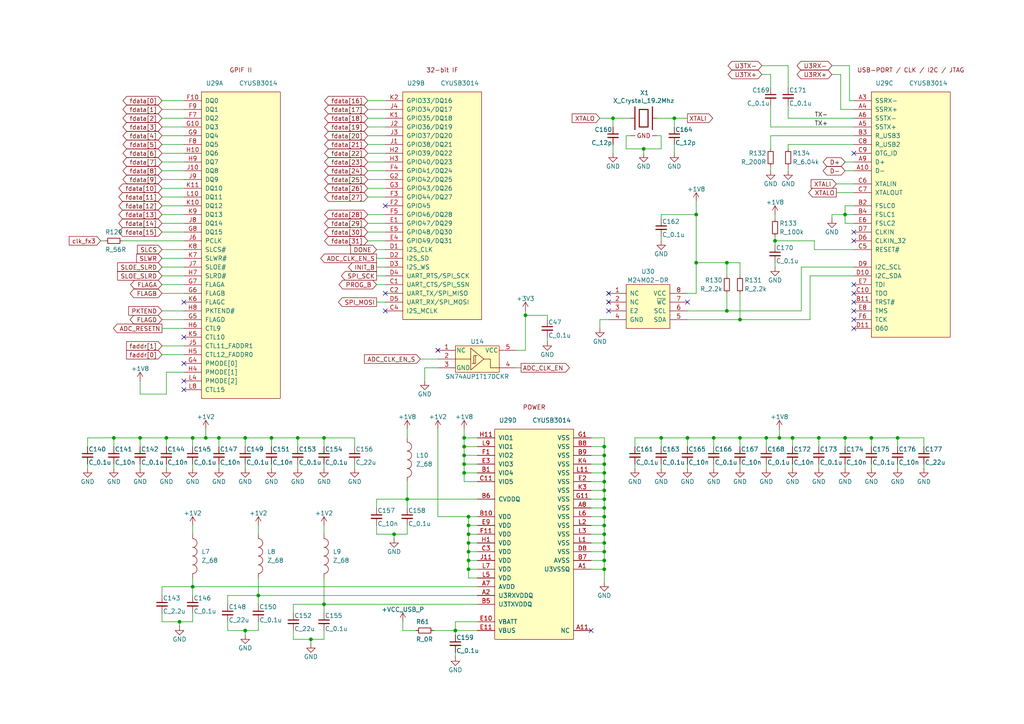
<source format=kicad_sch>
(kicad_sch (version 20231120) (generator "eeschema") (generator_version "8.0")
  (paper "A4")
  (title_block (rev "v2") (comment 1 "Copyright Dejan Priversek 2017"))
  (junction (at 135.89 152.4))
  (junction (at 135.89 154.94))
  (junction (at 210.82 76.2))
  (junction (at 132.08 182.88))
  (junction (at 175.26 147.32))
  (junction (at 135.89 160.02))
  (junction (at 175.26 139.7))
  (junction (at 118.11 144.78))
  (junction (at 237.49 127))
  (junction (at 229.87 127))
  (junction (at 86.36 127))
  (junction (at 63.5 127))
  (junction (at 71.12 127))
  (junction (at 191.77 127))
  (junction (at 195.58 34.29))
  (junction (at 134.62 129.54))
  (junction (at 175.26 157.48))
  (junction (at 40.64 127))
  (junction (at 114.3 154.94))
  (junction (at 245.11 127))
  (junction (at 134.62 127))
  (junction (at 175.26 137.16))
  (junction (at 260.35 127))
  (junction (at 175.26 160.02))
  (junction (at 135.89 149.86))
  (junction (at 177.8 34.29))
  (junction (at 175.26 142.24))
  (junction (at 175.26 132.08))
  (junction (at 33.02 127))
  (junction (at 135.89 165.1))
  (junction (at 175.26 129.54))
  (junction (at 135.89 162.56))
  (junction (at 199.39 127))
  (junction (at 90.17 185.42))
  (junction (at 252.73 127))
  (junction (at 207.01 127))
  (junction (at 175.26 154.94))
  (junction (at 224.79 69.85))
  (junction (at 134.62 132.08))
  (junction (at 222.25 127))
  (junction (at 134.62 134.62))
  (junction (at 201.93 62.23))
  (junction (at 93.98 127))
  (junction (at 175.26 134.62))
  (junction (at 175.26 162.56))
  (junction (at 210.82 90.17))
  (junction (at 175.26 165.1))
  (junction (at 226.06 127))
  (junction (at 175.26 149.86))
  (junction (at 186.69 43.18))
  (junction (at 201.93 76.2))
  (junction (at 245.11 62.23))
  (junction (at 134.62 137.16))
  (junction (at 214.63 127))
  (junction (at 135.89 157.48))
  (junction (at 152.4 91.44))
  (junction (at 59.69 127))
  (junction (at 175.26 152.4))
  (junction (at 214.63 92.71))
  (junction (at 93.98 175.26))
  (junction (at 52.07 180.34))
  (junction (at 55.88 170.18))
  (junction (at 74.93 172.72))
  (junction (at 48.26 127))
  (junction (at 175.26 144.78))
  (junction (at 55.88 127))
  (junction (at 78.74 127))
  (junction (at 71.12 182.88))
  (no_connect (at 247.65 82.55))
  (no_connect (at 53.34 105.41))
  (no_connect (at 247.65 69.85))
  (no_connect (at 111.76 59.69))
  (no_connect (at 199.39 87.63))
  (no_connect (at 171.45 182.88))
  (no_connect (at 53.34 110.49))
  (no_connect (at 176.53 87.63))
  (no_connect (at 247.65 67.31))
  (no_connect (at 247.65 90.17))
  (no_connect (at 111.76 85.09))
  (no_connect (at 53.34 87.63))
  (no_connect (at 247.65 95.25))
  (no_connect (at 247.65 85.09))
  (no_connect (at 176.53 90.17))
  (no_connect (at 53.34 97.79))
  (no_connect (at 247.65 44.45))
  (no_connect (at 53.34 113.03))
  (no_connect (at 247.65 87.63))
  (no_connect (at 111.76 90.17))
  (no_connect (at 247.65 92.71))
  (no_connect (at 176.53 85.09))
  (no_connect (at 127 101.6))
  (wire (pts (xy 102.87 135.89) (xy 102.87 134.62)))
  (wire (pts (xy 177.8 34.29) (xy 182.88 34.29)))
  (wire (pts (xy 134.62 129.54) (xy 134.62 132.08)))
  (wire (pts (xy 171.45 149.86) (xy 175.26 149.86)))
  (wire (pts (xy 106.68 64.77) (xy 111.76 64.77)))
  (wire (pts (xy 237.49 127) (xy 237.49 129.54)))
  (wire (pts (xy 135.89 160.02) (xy 135.89 162.56)))
  (wire (pts (xy 46.99 180.34) (xy 52.07 180.34)))
  (wire (pts (xy 25.4 135.89) (xy 25.4 134.62)))
  (wire (pts (xy 111.76 74.93) (xy 109.22 74.93)))
  (wire (pts (xy 106.68 44.45) (xy 111.76 44.45)))
  (wire (pts (xy 74.93 152.4) (xy 74.93 154.94)))
  (wire (pts (xy 46.99 67.31) (xy 53.34 67.31)))
  (wire (pts (xy 55.88 180.34) (xy 55.88 177.8)))
  (wire (pts (xy 71.12 182.88) (xy 71.12 184.15)))
  (wire (pts (xy 125.73 182.88) (xy 132.08 182.88)))
  (wire (pts (xy 33.02 135.89) (xy 33.02 134.62)))
  (wire (pts (xy 135.89 152.4) (xy 135.89 154.94)))
  (wire (pts (xy 228.6 34.29) (xy 228.6 30.48)))
  (wire (pts (xy 132.08 182.88) (xy 138.43 182.88)))
  (wire (pts (xy 48.26 135.89) (xy 48.26 134.62)))
  (wire (pts (xy 93.98 175.26) (xy 138.43 175.26)))
  (wire (pts (xy 135.89 154.94) (xy 135.89 157.48)))
  (wire (pts (xy 199.39 92.71) (xy 214.63 92.71)))
  (wire (pts (xy 267.97 135.89) (xy 267.97 134.62)))
  (wire (pts (xy 210.82 76.2) (xy 210.82 80.01)))
  (wire (pts (xy 175.26 134.62) (xy 175.26 137.16)))
  (wire (pts (xy 228.6 19.05) (xy 220.98 19.05)))
  (wire (pts (xy 175.26 160.02) (xy 175.26 162.56)))
  (wire (pts (xy 90.17 185.42) (xy 90.17 186.69)))
  (wire (pts (xy 237.49 135.89) (xy 237.49 134.62)))
  (wire (pts (xy 109.22 72.39) (xy 111.76 72.39)))
  (wire (pts (xy 246.38 29.21) (xy 246.38 19.05)))
  (wire (pts (xy 199.39 135.89) (xy 199.39 134.62)))
  (wire (pts (xy 191.77 43.18) (xy 191.77 39.37)))
  (wire (pts (xy 106.68 69.85) (xy 111.76 69.85)))
  (wire (pts (xy 229.87 127) (xy 237.49 127)))
  (wire (pts (xy 109.22 77.47) (xy 111.76 77.47)))
  (wire (pts (xy 46.99 34.29) (xy 53.34 34.29)))
  (wire (pts (xy 247.65 29.21) (xy 246.38 29.21)))
  (wire (pts (xy 223.52 36.83) (xy 223.52 30.48)))
  (wire (pts (xy 40.64 127) (xy 48.26 127)))
  (wire (pts (xy 245.11 127) (xy 252.73 127)))
  (wire (pts (xy 207.01 127) (xy 207.01 129.54)))
  (wire (pts (xy 46.99 80.01) (xy 53.34 80.01)))
  (wire (pts (xy 214.63 92.71) (xy 214.63 85.09)))
  (wire (pts (xy 175.26 157.48) (xy 175.26 160.02)))
  (wire (pts (xy 201.93 76.2) (xy 210.82 76.2)))
  (wire (pts (xy 224.79 69.85) (xy 224.79 71.12)))
  (wire (pts (xy 66.04 182.88) (xy 71.12 182.88)))
  (wire (pts (xy 109.22 82.55) (xy 111.76 82.55)))
  (wire (pts (xy 199.39 127) (xy 207.01 127)))
  (wire (pts (xy 106.68 36.83) (xy 111.76 36.83)))
  (wire (pts (xy 46.99 44.45) (xy 53.34 44.45)))
  (wire (pts (xy 46.99 36.83) (xy 53.34 36.83)))
  (wire (pts (xy 66.04 172.72) (xy 66.04 175.26)))
  (wire (pts (xy 158.75 97.79) (xy 158.75 99.06)))
  (wire (pts (xy 191.77 63.5) (xy 191.77 62.23)))
  (wire (pts (xy 114.3 154.94) (xy 114.3 156.21)))
  (wire (pts (xy 190.5 34.29) (xy 195.58 34.29)))
  (wire (pts (xy 171.45 152.4) (xy 175.26 152.4)))
  (wire (pts (xy 40.64 114.3) (xy 48.26 114.3)))
  (wire (pts (xy 237.49 127) (xy 245.11 127)))
  (wire (pts (xy 33.02 127) (xy 40.64 127)))
  (wire (pts (xy 241.3 21.59) (xy 243.84 21.59)))
  (wire (pts (xy 175.26 129.54) (xy 171.45 129.54)))
  (wire (pts (xy 223.52 25.4) (xy 223.52 21.59)))
  (wire (pts (xy 181.61 43.18) (xy 186.69 43.18)))
  (wire (pts (xy 127 149.86) (xy 127 124.46)))
  (wire (pts (xy 74.93 182.88) (xy 74.93 180.34)))
  (wire (pts (xy 109.22 152.4) (xy 109.22 154.94)))
  (wire (pts (xy 252.73 127) (xy 252.73 129.54)))
  (wire (pts (xy 267.97 127) (xy 267.97 129.54)))
  (wire (pts (xy 171.45 154.94) (xy 175.26 154.94)))
  (wire (pts (xy 71.12 129.54) (xy 71.12 127)))
  (wire (pts (xy 48.26 129.54) (xy 48.26 127)))
  (wire (pts (xy 106.68 57.15) (xy 111.76 57.15)))
  (wire (pts (xy 214.63 127) (xy 222.25 127)))
  (wire (pts (xy 246.38 19.05) (xy 241.3 19.05)))
  (wire (pts (xy 48.26 114.3) (xy 48.26 107.95)))
  (wire (pts (xy 214.63 92.71) (xy 234.95 92.71)))
  (wire (pts (xy 138.43 137.16) (xy 134.62 137.16)))
  (wire (pts (xy 118.11 154.94) (xy 118.11 152.4)))
  (wire (pts (xy 86.36 129.54) (xy 86.36 127)))
  (wire (pts (xy 175.26 127) (xy 171.45 127)))
  (wire (pts (xy 106.68 67.31) (xy 111.76 67.31)))
  (wire (pts (xy 118.11 144.78) (xy 138.43 144.78)))
  (wire (pts (xy 234.95 92.71) (xy 234.95 80.01)))
  (wire (pts (xy 229.87 127) (xy 229.87 129.54)))
  (wire (pts (xy 78.74 129.54) (xy 78.74 127)))
  (wire (pts (xy 228.6 25.4) (xy 228.6 19.05)))
  (wire (pts (xy 93.98 175.26) (xy 93.98 177.8)))
  (wire (pts (xy 247.65 36.83) (xy 223.52 36.83)))
  (wire (pts (xy 85.09 175.26) (xy 85.09 177.8)))
  (wire (pts (xy 228.6 43.18) (xy 228.6 41.91)))
  (wire (pts (xy 207.01 127) (xy 214.63 127)))
  (wire (pts (xy 46.99 59.69) (xy 53.34 59.69)))
  (wire (pts (xy 184.15 135.89) (xy 184.15 134.62)))
  (wire (pts (xy 245.11 64.77) (xy 247.65 64.77)))
  (wire (pts (xy 85.09 182.88) (xy 85.09 185.42)))
  (wire (pts (xy 46.99 85.09) (xy 53.34 85.09)))
  (wire (pts (xy 109.22 87.63) (xy 111.76 87.63)))
  (wire (pts (xy 134.62 132.08) (xy 138.43 132.08)))
  (wire (pts (xy 109.22 144.78) (xy 118.11 144.78)))
  (wire (pts (xy 55.88 170.18) (xy 138.43 170.18)))
  (wire (pts (xy 30.48 69.85) (xy 29.21 69.85)))
  (wire (pts (xy 224.79 62.23) (xy 224.79 63.5)))
  (wire (pts (xy 175.26 152.4) (xy 175.26 154.94)))
  (wire (pts (xy 201.93 58.42) (xy 201.93 62.23)))
  (wire (pts (xy 25.4 129.54) (xy 25.4 127)))
  (wire (pts (xy 224.79 69.85) (xy 236.22 69.85)))
  (wire (pts (xy 35.56 69.85) (xy 53.34 69.85)))
  (wire (pts (xy 106.68 39.37) (xy 111.76 39.37)))
  (wire (pts (xy 134.62 127) (xy 134.62 129.54)))
  (wire (pts (xy 132.08 182.88) (xy 132.08 184.15)))
  (wire (pts (xy 106.68 41.91) (xy 111.76 41.91)))
  (wire (pts (xy 25.4 127) (xy 33.02 127)))
  (wire (pts (xy 46.99 52.07) (xy 53.34 52.07)))
  (wire (pts (xy 116.84 182.88) (xy 120.65 182.88)))
  (wire (pts (xy 46.99 100.33) (xy 53.34 100.33)))
  (wire (pts (xy 222.25 135.89) (xy 222.25 134.62)))
  (wire (pts (xy 93.98 167.64) (xy 93.98 175.26)))
  (wire (pts (xy 191.77 62.23) (xy 201.93 62.23)))
  (wire (pts (xy 135.89 157.48) (xy 138.43 157.48)))
  (wire (pts (xy 186.69 44.45) (xy 186.69 43.18)))
  (wire (pts (xy 234.95 80.01) (xy 247.65 80.01)))
  (wire (pts (xy 191.77 127) (xy 199.39 127)))
  (wire (pts (xy 175.26 147.32) (xy 175.26 149.86)))
  (wire (pts (xy 114.3 154.94) (xy 118.11 154.94)))
  (wire (pts (xy 71.12 127) (xy 78.74 127)))
  (wire (pts (xy 78.74 135.89) (xy 78.74 134.62)))
  (wire (pts (xy 210.82 90.17) (xy 232.41 90.17)))
  (wire (pts (xy 55.88 152.4) (xy 55.88 154.94)))
  (wire (pts (xy 135.89 154.94) (xy 138.43 154.94)))
  (wire (pts (xy 173.99 92.71) (xy 173.99 95.25)))
  (wire (pts (xy 184.15 129.54) (xy 184.15 127)))
  (wire (pts (xy 236.22 72.39) (xy 247.65 72.39)))
  (wire (pts (xy 173.99 92.71) (xy 176.53 92.71)))
  (wire (pts (xy 245.11 46.99) (xy 247.65 46.99)))
  (wire (pts (xy 46.99 170.18) (xy 46.99 172.72)))
  (wire (pts (xy 106.68 34.29) (xy 111.76 34.29)))
  (wire (pts (xy 175.26 162.56) (xy 175.26 165.1)))
  (wire (pts (xy 171.45 165.1) (xy 175.26 165.1)))
  (wire (pts (xy 48.26 107.95) (xy 53.34 107.95)))
  (wire (pts (xy 171.45 144.78) (xy 175.26 144.78)))
  (wire (pts (xy 135.89 149.86) (xy 138.43 149.86)))
  (wire (pts (xy 241.3 62.23) (xy 241.3 63.5)))
  (wire (pts (xy 135.89 162.56) (xy 138.43 162.56)))
  (wire (pts (xy 242.57 53.34) (xy 247.65 53.34)))
  (wire (pts (xy 106.68 54.61) (xy 111.76 54.61)))
  (wire (pts (xy 55.88 129.54) (xy 55.88 127)))
  (wire (pts (xy 93.98 135.89) (xy 93.98 134.62)))
  (wire (pts (xy 66.04 172.72) (xy 74.93 172.72)))
  (wire (pts (xy 210.82 76.2) (xy 214.63 76.2)))
  (wire (pts (xy 214.63 135.89) (xy 214.63 134.62)))
  (wire (pts (xy 46.99 74.93) (xy 53.34 74.93)))
  (wire (pts (xy 175.26 132.08) (xy 175.26 134.62)))
  (wire (pts (xy 109.22 80.01) (xy 111.76 80.01)))
  (wire (pts (xy 223.52 48.26) (xy 223.52 49.53)))
  (wire (pts (xy 226.06 127) (xy 226.06 124.46)))
  (wire (pts (xy 55.88 167.64) (xy 55.88 170.18)))
  (wire (pts (xy 106.68 29.21) (xy 111.76 29.21)))
  (wire (pts (xy 260.35 127) (xy 267.97 127)))
  (wire (pts (xy 177.8 44.45) (xy 177.8 41.91)))
  (wire (pts (xy 55.88 135.89) (xy 55.88 134.62)))
  (wire (pts (xy 229.87 135.89) (xy 229.87 134.62)))
  (wire (pts (xy 214.63 127) (xy 214.63 129.54)))
  (wire (pts (xy 40.64 129.54) (xy 40.64 127)))
  (wire (pts (xy 224.79 76.2) (xy 224.79 77.47)))
  (wire (pts (xy 199.39 90.17) (xy 210.82 90.17)))
  (wire (pts (xy 195.58 44.45) (xy 195.58 41.91)))
  (wire (pts (xy 46.99 29.21) (xy 53.34 29.21)))
  (wire (pts (xy 191.77 135.89) (xy 191.77 134.62)))
  (wire (pts (xy 182.88 39.37) (xy 181.61 39.37)))
  (wire (pts (xy 106.68 62.23) (xy 111.76 62.23)))
  (wire (pts (xy 121.92 104.14) (xy 127 104.14)))
  (wire (pts (xy 46.99 95.25) (xy 53.34 95.25)))
  (wire (pts (xy 247.65 34.29) (xy 228.6 34.29)))
  (wire (pts (xy 184.15 127) (xy 191.77 127)))
  (wire (pts (xy 171.45 147.32) (xy 175.26 147.32)))
  (wire (pts (xy 175.26 142.24) (xy 175.26 144.78)))
  (wire (pts (xy 171.45 139.7) (xy 175.26 139.7)))
  (wire (pts (xy 46.99 49.53) (xy 53.34 49.53)))
  (wire (pts (xy 135.89 165.1) (xy 138.43 165.1)))
  (wire (pts (xy 135.89 157.48) (xy 135.89 160.02)))
  (wire (pts (xy 102.87 127) (xy 102.87 129.54)))
  (wire (pts (xy 132.08 180.34) (xy 138.43 180.34)))
  (wire (pts (xy 106.68 46.99) (xy 111.76 46.99)))
  (wire (pts (xy 260.35 135.89) (xy 260.35 134.62)))
  (wire (pts (xy 171.45 162.56) (xy 175.26 162.56)))
  (wire (pts (xy 201.93 62.23) (xy 201.93 76.2)))
  (wire (pts (xy 109.22 154.94) (xy 114.3 154.94)))
  (wire (pts (xy 106.68 52.07) (xy 111.76 52.07)))
  (wire (pts (xy 46.99 57.15) (xy 53.34 57.15)))
  (wire (pts (xy 59.69 124.46) (xy 59.69 127)))
  (wire (pts (xy 214.63 76.2) (xy 214.63 80.01)))
  (wire (pts (xy 195.58 34.29) (xy 195.58 36.83)))
  (wire (pts (xy 40.64 135.89) (xy 40.64 134.62)))
  (wire (pts (xy 138.43 160.02) (xy 135.89 160.02)))
  (wire (pts (xy 123.19 106.68) (xy 123.19 110.49)))
  (wire (pts (xy 175.26 149.86) (xy 175.26 152.4)))
  (wire (pts (xy 118.11 144.78) (xy 118.11 147.32)))
  (wire (pts (xy 118.11 139.7) (xy 118.11 144.78)))
  (wire (pts (xy 171.45 157.48) (xy 175.26 157.48)))
  (wire (pts (xy 191.77 129.54) (xy 191.77 127)))
  (wire (pts (xy 201.93 85.09) (xy 199.39 85.09)))
  (wire (pts (xy 46.99 31.75) (xy 53.34 31.75)))
  (wire (pts (xy 63.5 127) (xy 71.12 127)))
  (wire (pts (xy 52.07 180.34) (xy 55.88 180.34)))
  (wire (pts (xy 247.65 59.69) (xy 245.11 59.69)))
  (wire (pts (xy 171.45 142.24) (xy 175.26 142.24)))
  (wire (pts (xy 63.5 129.54) (xy 63.5 127)))
  (wire (pts (xy 228.6 41.91) (xy 247.65 41.91)))
  (wire (pts (xy 175.26 165.1) (xy 175.26 168.91)))
  (wire (pts (xy 46.99 82.55) (xy 53.34 82.55)))
  (wire (pts (xy 191.77 39.37) (xy 190.5 39.37)))
  (wire (pts (xy 134.62 124.46) (xy 134.62 127)))
  (wire (pts (xy 201.93 76.2) (xy 201.93 85.09)))
  (wire (pts (xy 46.99 90.17) (xy 53.34 90.17)))
  (wire (pts (xy 74.93 167.64) (xy 74.93 172.72)))
  (wire (pts (xy 149.86 101.6) (xy 152.4 101.6)))
  (wire (pts (xy 175.26 127) (xy 175.26 129.54)))
  (wire (pts (xy 138.43 129.54) (xy 134.62 129.54)))
  (wire (pts (xy 245.11 62.23) (xy 245.11 64.77)))
  (wire (pts (xy 46.99 177.8) (xy 46.99 180.34)))
  (wire (pts (xy 222.25 127) (xy 226.06 127)))
  (wire (pts (xy 132.08 180.34) (xy 132.08 182.88)))
  (wire (pts (xy 173.99 34.29) (xy 177.8 34.29)))
  (wire (pts (xy 106.68 31.75) (xy 111.76 31.75)))
  (wire (pts (xy 138.43 134.62) (xy 134.62 134.62)))
  (wire (pts (xy 175.26 154.94) (xy 175.26 157.48)))
  (wire (pts (xy 243.84 21.59) (xy 243.84 31.75)))
  (wire (pts (xy 138.43 152.4) (xy 135.89 152.4)))
  (wire (pts (xy 46.99 54.61) (xy 53.34 54.61)))
  (wire (pts (xy 158.75 91.44) (xy 152.4 91.44)))
  (wire (pts (xy 207.01 135.89) (xy 207.01 134.62)))
  (wire (pts (xy 127 149.86) (xy 135.89 149.86)))
  (wire (pts (xy 152.4 91.44) (xy 152.4 90.17)))
  (wire (pts (xy 252.73 135.89) (xy 252.73 134.62)))
  (wire (pts (xy 175.26 137.16) (xy 175.26 139.7)))
  (wire (pts (xy 241.3 62.23) (xy 245.11 62.23)))
  (wire (pts (xy 171.45 132.08) (xy 175.26 132.08)))
  (wire (pts (xy 171.45 134.62) (xy 175.26 134.62)))
  (wire (pts (xy 245.11 62.23) (xy 247.65 62.23)))
  (wire (pts (xy 245.11 59.69) (xy 245.11 62.23)))
  (wire (pts (xy 232.41 77.47) (xy 247.65 77.47)))
  (wire (pts (xy 152.4 101.6) (xy 152.4 91.44)))
  (wire (pts (xy 46.99 170.18) (xy 55.88 170.18)))
  (wire (pts (xy 232.41 90.17) (xy 232.41 77.47)))
  (wire (pts (xy 222.25 127) (xy 222.25 129.54)))
  (wire (pts (xy 223.52 43.18) (xy 223.52 39.37)))
  (wire (pts (xy 226.06 127) (xy 229.87 127)))
  (wire (pts (xy 175.26 129.54) (xy 175.26 132.08)))
  (wire (pts (xy 224.79 68.58) (xy 224.79 69.85)))
  (wire (pts (xy 245.11 127) (xy 245.11 129.54)))
  (wire (pts (xy 116.84 180.34) (xy 116.84 182.88)))
  (wire (pts (xy 175.26 144.78) (xy 175.26 147.32)))
  (wire (pts (xy 66.04 180.34) (xy 66.04 182.88)))
  (wire (pts (xy 46.99 39.37) (xy 53.34 39.37)))
  (wire (pts (xy 135.89 165.1) (xy 135.89 167.64)))
  (wire (pts (xy 46.99 77.47) (xy 53.34 77.47)))
  (wire (pts (xy 245.11 135.89) (xy 245.11 134.62)))
  (wire (pts (xy 46.99 62.23) (xy 53.34 62.23)))
  (wire (pts (xy 243.84 31.75) (xy 247.65 31.75)))
  (wire (pts (xy 236.22 69.85) (xy 236.22 72.39)))
  (wire (pts (xy 135.89 149.86) (xy 135.89 152.4)))
  (wire (pts (xy 93.98 127) (xy 102.87 127)))
  (wire (pts (xy 118.11 124.46) (xy 118.11 127)))
  (wire (pts (xy 175.26 139.7) (xy 175.26 142.24)))
  (wire (pts (xy 93.98 127) (xy 93.98 129.54)))
  (wire (pts (xy 71.12 135.89) (xy 71.12 134.62)))
  (wire (pts (xy 85.09 175.26) (xy 93.98 175.26)))
  (wire (pts (xy 63.5 135.89) (xy 63.5 134.62)))
  (wire (pts (xy 46.99 92.71) (xy 53.34 92.71)))
  (wire (pts (xy 93.98 185.42) (xy 93.98 182.88)))
  (wire (pts (xy 242.57 55.88) (xy 247.65 55.88)))
  (wire (pts (xy 138.43 127) (xy 134.62 127)))
  (wire (pts (xy 46.99 46.99) (xy 53.34 46.99)))
  (wire (pts (xy 55.88 170.18) (xy 55.88 172.72)))
  (wire (pts (xy 132.08 189.23) (xy 132.08 190.5)))
  (wire (pts (xy 171.45 137.16) (xy 175.26 137.16)))
  (wire (pts (xy 151.13 106.68) (xy 149.86 106.68)))
  (wire (pts (xy 33.02 129.54) (xy 33.02 127)))
  (wire (pts (xy 195.58 34.29) (xy 199.39 34.29)))
  (wire (pts (xy 85.09 185.42) (xy 90.17 185.42)))
  (wire (pts (xy 134.62 137.16) (xy 134.62 139.7)))
  (wire (pts (xy 93.98 152.4) (xy 93.98 154.94)))
  (wire (pts (xy 158.75 92.71) (xy 158.75 91.44)))
  (wire (pts (xy 191.77 68.58) (xy 191.77 69.85)))
  (wire (pts (xy 109.22 144.78) (xy 109.22 147.32)))
  (wire (pts (xy 86.36 135.89) (xy 86.36 134.62)))
  (wire (pts (xy 78.74 127) (xy 86.36 127)))
  (wire (pts (xy 40.64 110.49) (xy 40.64 114.3)))
  (wire (pts (xy 210.82 90.17) (xy 210.82 85.09)))
  (wire (pts (xy 223.52 39.37) (xy 247.65 39.37)))
  (wire (pts (xy 134.62 139.7) (xy 138.43 139.7)))
  (wire (pts (xy 46.99 64.77) (xy 53.34 64.77)))
  (wire (pts (xy 52.07 180.34) (xy 52.07 181.61)))
  (wire (pts (xy 46.99 41.91) (xy 53.34 41.91)))
  (wire (pts (xy 199.39 127) (xy 199.39 129.54)))
  (wire (pts (xy 134.62 134.62) (xy 134.62 137.16)))
  (wire (pts (xy 186.69 43.18) (xy 191.77 43.18)))
  (wire (pts (xy 123.19 106.68) (xy 127 106.68)))
  (wire (pts (xy 228.6 48.26) (xy 228.6 49.53)))
  (wire (pts (xy 177.8 34.29) (xy 177.8 36.83)))
  (wire (pts (xy 135.89 167.64) (xy 138.43 167.64)))
  (wire (pts (xy 171.45 160.02) (xy 175.26 160.02)))
  (wire (pts (xy 252.73 127) (xy 260.35 127)))
  (wire (pts (xy 135.89 162.56) (xy 135.89 165.1)))
  (wire (pts (xy 245.11 49.53) (xy 247.65 49.53)))
  (wire (pts (xy 74.93 172.72) (xy 138.43 172.72)))
  (wire (pts (xy 134.62 132.08) (xy 134.62 134.62)))
  (wire (pts (xy 55.88 127) (xy 59.69 127)))
  (wire (pts (xy 181.61 39.37) (xy 181.61 43.18)))
  (wire (pts (xy 46.99 72.39) (xy 53.34 72.39)))
  (wire (pts (xy 106.68 49.53) (xy 111.76 49.53)))
  (wire (pts (xy 71.12 182.88) (xy 74.93 182.88)))
  (wire (pts (xy 260.35 127) (xy 260.35 129.54)))
  (wire (pts (xy 48.26 127) (xy 55.88 127)))
  (wire (pts (xy 223.52 21.59) (xy 220.98 21.59)))
  (wire (pts (xy 74.93 172.72) (xy 74.93 175.26)))
  (wire (pts (xy 90.17 185.42) (xy 93.98 185.42)))
  (wire (pts (xy 59.69 127) (xy 63.5 127)))
  (wire (pts (xy 86.36 127) (xy 93.98 127)))
  (wire (pts (xy 46.99 102.87) (xy 53.34 102.87)))
  (label "TX+" (at 236.22 36.83 0))
  (label "TX-" (at 236.22 34.29 0))
  (global_label "fdata[24]" (shape bidirectional) (at 106.68 49.53 180) (property "Intersheetrefs" "${INTERSHEET_REFS}" (effects (hide yes))))
  (global_label "fdata[8]" (shape bidirectional) (at 46.99 49.53 180) (property "Intersheetrefs" "${INTERSHEET_REFS}" (effects (hide yes))))
  (global_label "fdata[30]" (shape bidirectional) (at 106.68 67.31 180) (property "Intersheetrefs" "${INTERSHEET_REFS}" (effects (hide yes))))
  (global_label "FLAGB" (shape bidirectional) (at 46.99 85.09 180) (property "Intersheetrefs" "${INTERSHEET_REFS}" (effects (hide yes))))
  (global_label "fdata[3]" (shape bidirectional) (at 46.99 36.83 180) (property "Intersheetrefs" "${INTERSHEET_REFS}" (effects (hide yes))))
  (global_label "XTALI" (shape input) (at 242.57 53.34 180) (property "Intersheetrefs" "${INTERSHEET_REFS}" (effects (hide yes))))
  (global_label "fdata[15]" (shape bidirectional) (at 46.99 67.31 180) (property "Intersheetrefs" "${INTERSHEET_REFS}" (effects (hide yes))))
  (global_label "fdata[18]" (shape bidirectional) (at 106.68 34.29 180) (property "Intersheetrefs" "${INTERSHEET_REFS}" (effects (hide yes))))
  (global_label "fdata[7]" (shape bidirectional) (at 46.99 46.99 180) (property "Intersheetrefs" "${INTERSHEET_REFS}" (effects (hide yes))))
  (global_label "ADC_CLK_EN_S" (shape input) (at 121.92 104.14 180) (property "Intersheetrefs" "${INTERSHEET_REFS}" (effects (hide yes))))
  (global_label "fdata[0]" (shape bidirectional) (at 46.99 29.21 180) (property "Intersheetrefs" "${INTERSHEET_REFS}" (effects (hide yes))))
  (global_label "fdata[22]" (shape bidirectional) (at 106.68 44.45 180) (property "Intersheetrefs" "${INTERSHEET_REFS}" (effects (hide yes))))
  (global_label "fdata[26]" (shape bidirectional) (at 106.68 54.61 180) (property "Intersheetrefs" "${INTERSHEET_REFS}" (effects (hide yes))))
  (global_label "U3TX-" (shape bidirectional) (at 220.98 19.05 180) (property "Intersheetrefs" "${INTERSHEET_REFS}" (effects (hide yes))))
  (global_label "fdata[17]" (shape bidirectional) (at 106.68 31.75 180) (property "Intersheetrefs" "${INTERSHEET_REFS}" (effects (hide yes))))
  (global_label "SLOE_SLRD" (shape input) (at 46.99 80.01 180) (property "Intersheetrefs" "${INTERSHEET_REFS}" (effects (hide yes))))
  (global_label "XTALI" (shape output) (at 199.39 34.29 0) (property "Intersheetrefs" "${INTERSHEET_REFS}" (effects (hide yes))))
  (global_label "FLAGD" (shape bidirectional) (at 46.99 92.71 180) (property "Intersheetrefs" "${INTERSHEET_REFS}" (effects (hide yes))))
  (global_label "fdata[5]" (shape bidirectional) (at 46.99 41.91 180) (property "Intersheetrefs" "${INTERSHEET_REFS}" (effects (hide yes))))
  (global_label "fdata[19]" (shape bidirectional) (at 106.68 36.83 180) (property "Intersheetrefs" "${INTERSHEET_REFS}" (effects (hide yes))))
  (global_label "INIT_B" (shape output) (at 109.22 77.47 180) (property "Intersheetrefs" "${INTERSHEET_REFS}" (effects (hide yes))))
  (global_label "SLCS" (shape input) (at 46.99 72.39 180) (property "Intersheetrefs" "${INTERSHEET_REFS}" (effects (hide yes))))
  (global_label "fdata[12]" (shape bidirectional) (at 46.99 59.69 180) (property "Intersheetrefs" "${INTERSHEET_REFS}" (effects (hide yes))))
  (global_label "ADC_CLK_EN_S" (shape output) (at 109.22 74.93 180) (property "Intersheetrefs" "${INTERSHEET_REFS}" (effects (hide yes))))
  (global_label "fdata[25]" (shape bidirectional) (at 106.68 52.07 180) (property "Intersheetrefs" "${INTERSHEET_REFS}" (effects (hide yes))))
  (global_label "PKTEND" (shape input) (at 46.99 90.17 180) (property "Intersheetrefs" "${INTERSHEET_REFS}" (effects (hide yes))))
  (global_label "faddr[1]" (shape input) (at 46.99 100.33 180) (property "Intersheetrefs" "${INTERSHEET_REFS}" (effects (hide yes))))
  (global_label "D-" (shape bidirectional) (at 245.11 49.53 180) (property "Intersheetrefs" "${INTERSHEET_REFS}" (effects (hide yes))))
  (global_label "D+" (shape bidirectional) (at 245.11 46.99 180) (property "Intersheetrefs" "${INTERSHEET_REFS}" (effects (hide yes))))
  (global_label "fdata[23]" (shape bidirectional) (at 106.68 46.99 180) (property "Intersheetrefs" "${INTERSHEET_REFS}" (effects (hide yes))))
  (global_label "fdata[13]" (shape bidirectional) (at 46.99 62.23 180) (property "Intersheetrefs" "${INTERSHEET_REFS}" (effects (hide yes))))
  (global_label "fdata[27]" (shape bidirectional) (at 106.68 57.15 180) (property "Intersheetrefs" "${INTERSHEET_REFS}" (effects (hide yes))))
  (global_label "fdata[11]" (shape bidirectional) (at 46.99 57.15 180) (property "Intersheetrefs" "${INTERSHEET_REFS}" (effects (hide yes))))
  (global_label "fdata[29]" (shape bidirectional) (at 106.68 64.77 180) (property "Intersheetrefs" "${INTERSHEET_REFS}" (effects (hide yes))))
  (global_label "fdata[2]" (shape bidirectional) (at 46.99 34.29 180) (property "Intersheetrefs" "${INTERSHEET_REFS}" (effects (hide yes))))
  (global_label "fdata[4]" (shape bidirectional) (at 46.99 39.37 180) (property "Intersheetrefs" "${INTERSHEET_REFS}" (effects (hide yes))))
  (global_label "SPI_SCK" (shape output) (at 109.22 80.01 180) (property "Intersheetrefs" "${INTERSHEET_REFS}" (effects (hide yes))))
  (global_label "XTALO" (shape output) (at 242.57 55.88 180) (property "Intersheetrefs" "${INTERSHEET_REFS}" (effects (hide yes))))
  (global_label "ADC_RESETN" (shape output) (at 46.99 95.25 180) (property "Intersheetrefs" "${INTERSHEET_REFS}" (effects (hide yes))))
  (global_label "fdata[6]" (shape bidirectional) (at 46.99 44.45 180) (property "Intersheetrefs" "${INTERSHEET_REFS}" (effects (hide yes))))
  (global_label "fdata[28]" (shape bidirectional) (at 106.68 62.23 180) (property "Intersheetrefs" "${INTERSHEET_REFS}" (effects (hide yes))))
  (global_label "fdata[1]" (shape bidirectional) (at 46.99 31.75 180) (property "Intersheetrefs" "${INTERSHEET_REFS}" (effects (hide yes))))
  (global_label "SPI_MOSI" (shape output) (at 109.22 87.63 180) (property "Intersheetrefs" "${INTERSHEET_REFS}" (effects (hide yes))))
  (global_label "fdata[14]" (shape bidirectional) (at 46.99 64.77 180) (property "Intersheetrefs" "${INTERSHEET_REFS}" (effects (hide yes))))
  (global_label "XTALO" (shape input) (at 173.99 34.29 180) (property "Intersheetrefs" "${INTERSHEET_REFS}" (effects (hide yes))))
  (global_label "clk_fx3" (shape input) (at 29.21 69.85 180) (property "Intersheetrefs" "${INTERSHEET_REFS}" (effects (hide yes))))
  (global_label "SLOE_SLRD" (shape input) (at 46.99 77.47 180) (property "Intersheetrefs" "${INTERSHEET_REFS}" (effects (hide yes))))
  (global_label "fdata[20]" (shape bidirectional) (at 106.68 39.37 180) (property "Intersheetrefs" "${INTERSHEET_REFS}" (effects (hide yes))))
  (global_label "FLAGA" (shape bidirectional) (at 46.99 82.55 180) (property "Intersheetrefs" "${INTERSHEET_REFS}" (effects (hide yes))))
  (global_label "faddr[0]" (shape input) (at 46.99 102.87 180) (property "Intersheetrefs" "${INTERSHEET_REFS}" (effects (hide yes))))
  (global_label "U3TX+" (shape bidirectional) (at 220.98 21.59 180) (property "Intersheetrefs" "${INTERSHEET_REFS}" (effects (hide yes))))
  (global_label "fdata[10]" (shape bidirectional) (at 46.99 54.61 180) (property "Intersheetrefs" "${INTERSHEET_REFS}" (effects (hide yes))))
  (global_label "SLWR" (shape input) (at 46.99 74.93 180) (property "Intersheetrefs" "${INTERSHEET_REFS}" (effects (hide yes))))
  (global_label "ADC_CLK_EN" (shape output) (at 151.13 106.68 0) (property "Intersheetrefs" "${INTERSHEET_REFS}" (effects (hide yes))))
  (global_label "U3RX-" (shape bidirectional) (at 241.3 19.05 180) (property "Intersheetrefs" "${INTERSHEET_REFS}" (effects (hide yes))))
  (global_label "fdata[31]" (shape bidirectional) (at 106.68 69.85 180) (property "Intersheetrefs" "${INTERSHEET_REFS}" (effects (hide yes))))
  (global_label "fdata[9]" (shape bidirectional) (at 46.99 52.07 180) (property "Intersheetrefs" "${INTERSHEET_REFS}" (effects (hide yes))))
  (global_label "PROG_B" (shape bidirectional) (at 109.22 82.55 180) (property "Intersheetrefs" "${INTERSHEET_REFS}" (effects (hide yes))))
  (global_label "DONE" (shape input) (at 109.22 72.39 180) (property "Intersheetrefs" "${INTERSHEET_REFS}" (effects (hide yes))))
  (global_label "fdata[21]" (shape bidirectional) (at 106.68 41.91 180) (property "Intersheetrefs" "${INTERSHEET_REFS}" (effects (hide yes))))
  (global_label "U3RX+" (shape bidirectional) (at 241.3 21.59 180) (property "Intersheetrefs" "${INTERSHEET_REFS}" (effects (hide yes))))
  (global_label "fdata[16]" (shape bidirectional) (at 106.68 29.21 180) (property "Intersheetrefs" "${INTERSHEET_REFS}" (effects (hide yes))))
  (symbol (lib_id "Scopefun_v2-rescue:GND") (at 177.8 44.45 0) (unit 1)
    (property "Reference" "#PWR0275" (effects (hide yes)))
    (property "Value" "GND" (at 177.8 48.26 0))
  )
  (symbol (lib_id "Scopefun_v2-rescue:GND") (at 195.58 44.45 0) (unit 1)
    (property "Reference" "#PWR0276" (effects (hide yes)))
    (property "Value" "GND" (at 195.58 48.26 0))
  )
  (symbol (lib_id "Scopefun_v2-rescue:GND") (at 186.69 44.45 0) (unit 1)
    (property "Reference" "#PWR0277" (effects (hide yes)))
    (property "Value" "GND" (at 186.69 48.26 0))
  )
  (symbol (lib_id "ScopefunParts:X_Crystal_19.2Mhz") (at 186.69 34.29 0) (unit 1)
    (property "Reference" "X1" (at 186.944 26.924 0))
    (property "Value" "X_Crystal_19.2Mhz" (at 186.69 29.21 0))
    (property "Footprint" "ScopefunPackagesLibrary:XTAL-4" (effects (hide yes)))
    (property "Datasheet" "https://www.pericom.com/assets/Datasheets/FL1920031.pdf" (effects (hide yes)))
    (property "Description" "Quartz crystal 19.2 Mhz 10ppm" (effects (hide yes)))
    (property "Manufacturer Part Number" "FL1920031" (effects (hide yes)))
  )
  (symbol (lib_id "ScopefunParts:C_12p") (at 177.8 39.37 0) (mirror y) (unit 1)
    (property "Reference" "C160" (at 177.546 37.592 0) (effects (justify left)))
    (property "Value" "C_12p" (at 177.546 41.402 0) (effects (justify left)))
    (property "Footprint" "ScopefunPackagesLibrary:C_0603" (effects (hide yes)))
    (property "Description" "MLCC - SMD/SMT 0603 50V C0G 5%" (effects (hide yes)))
    (property "Manufacturer Part Number" "CGA3E2C0G1H120J080AA" (effects (hide yes)))
  )
  (symbol (lib_id "ScopefunParts:C_12p") (at 195.58 39.37 0) (unit 1)
    (property "Reference" "C164" (at 195.834 37.592 0) (effects (justify left)))
    (property "Value" "C_12p" (at 195.834 41.402 0) (effects (justify left)))
    (property "Footprint" "ScopefunPackagesLibrary:C_0603" (effects (hide yes)))
    (property "Description" "MLCC - SMD/SMT 0603 50V C0G 5%" (effects (hide yes)))
    (property "Manufacturer Part Number" "CGA3E2C0G1H120J080AA" (effects (hide yes)))
  )
  (symbol (lib_id "ScopefunParts:CYUSB3014") (at 69.85 67.31 0) (unit 1)
    (property "Reference" "U29" (at 62.23 24.13 0))
    (property "Value" "CYUSB3014" (at 74.93 24.13 0))
    (property "Footprint" "ScopefunPackagesLibrary:BGA121_0.8mm" (effects (hide yes)))
    (property "Datasheet" "http://www.cypress.com/file/140296/download" (effects (hide yes)))
    (property "Description" "FX3 SuperSpeed USB controller" (effects (hide yes)))
    (property "Manufacturer Part Number" "CYUSB3014-BZXC" (effects (hide yes)))
  )
  (symbol (lib_id "ScopefunParts:CYUSB3014") (at 128.27 67.31 0) (unit 2)
    (property "Reference" "U29" (at 120.65 24.13 0))
    (property "Value" "CYUSB3014" (at 133.35 24.13 0))
    (property "Footprint" "ScopefunPackagesLibrary:BGA121_0.8mm" (effects (hide yes)))
    (property "Datasheet" "http://www.cypress.com/file/140296/download" (effects (hide yes)))
    (property "Description" "FX3 SuperSpeed USB controller" (effects (hide yes)))
    (property "Manufacturer Part Number" "CYUSB3014-BZXC" (effects (hide yes)))
  )
  (symbol (lib_id "ScopefunParts:CYUSB3014") (at 264.16 67.31 0) (unit 3)
    (property "Reference" "U29" (at 256.54 24.13 0))
    (property "Value" "CYUSB3014" (at 269.24 24.13 0))
    (property "Footprint" "ScopefunPackagesLibrary:BGA121_0.8mm" (effects (hide yes)))
    (property "Datasheet" "http://www.cypress.com/file/140296/download" (effects (hide yes)))
    (property "Description" "FX3 SuperSpeed USB controller" (effects (hide yes)))
    (property "Manufacturer Part Number" "CYUSB3014-BZXC" (effects (hide yes)))
  )
  (symbol (lib_id "ScopefunParts:CYUSB3014") (at 154.94 165.1 0) (unit 4)
    (property "Reference" "U29" (at 147.32 121.92 0))
    (property "Value" "CYUSB3014" (at 160.02 121.92 0))
    (property "Footprint" "ScopefunPackagesLibrary:BGA121_0.8mm" (effects (hide yes)))
    (property "Datasheet" "http://www.cypress.com/file/140296/download" (effects (hide yes)))
    (property "Description" "FX3 SuperSpeed USB controller" (effects (hide yes)))
    (property "Manufacturer Part Number" "CYUSB3014-BZXC" (effects (hide yes)))
  )
  (symbol (lib_id "ScopefunParts:R_200R") (at 223.52 45.72 0) (mirror y) (unit 1)
    (property "Reference" "R132" (at 222.25 44.45 0) (effects (justify left)))
    (property "Value" "R_200R" (at 222.25 46.99 0) (effects (justify left)))
    (property "Footprint" "ScopefunPackagesLibrary:R_0603" (effects (hide yes)))
    (property "Datasheet" "http://industrial.panasonic.com/cdbs/www-data/pdf/AOA0000/AOA0000CE2.pdf" (effects (hide yes)))
    (property "Description" "RES SMD 1% 1/10W 0603" (effects (hide yes)))
    (property "Manufacturer Part Number" "ERJ-3EKF2000V" (effects (hide yes)))
  )
  (symbol (lib_id "Scopefun_v2-rescue:GND") (at 223.52 49.53 0) (unit 1)
    (property "Reference" "#PWR0273" (effects (hide yes)))
    (property "Value" "GND" (at 223.52 53.34 0))
  )
  (symbol (lib_id "ScopefunParts:R_6.04k") (at 228.6 45.72 0) (unit 1)
    (property "Reference" "R134" (at 229.87 44.45 0) (effects (justify left)))
    (property "Value" "R_6.04k" (at 229.87 46.99 0) (effects (justify left)))
    (property "Footprint" "ScopefunPackagesLibrary:R_0603" (effects (hide yes)))
    (property "Datasheet" "http://industrial.panasonic.com/cdbs/www-data/pdf/AOA0000/AOA0000CE2.pdf" (effects (hide yes)))
    (property "Description" "RES SMD 1% 1/10W 0603" (effects (hide yes)))
    (property "Manufacturer Part Number" "ERJ-3EKF6041V" (effects (hide yes)))
  )
  (symbol (lib_id "Scopefun_v2-rescue:GND") (at 228.6 49.53 0) (unit 1)
    (property "Reference" "#PWR0274" (effects (hide yes)))
    (property "Value" "GND" (at 228.6 53.34 0))
  )
  (symbol (lib_id "Scopefun_v2-rescue:GND") (at 241.3 63.5 0) (unit 1)
    (property "Reference" "#PWR0278" (effects (hide yes)))
    (property "Value" "GND" (at 241.3 67.31 0))
  )
  (symbol (lib_id "ScopefunParts:C_0.1u") (at 224.79 73.66 0) (unit 1)
    (property "Reference" "C170" (at 225.044 71.882 0) (effects (justify left)))
    (property "Value" "C_0.1u" (at 225.044 75.692 0) (effects (justify left)))
    (property "Footprint" "ScopefunPackagesLibrary:C_0603" (effects (hide yes)))
    (property "Description" "MLCC - SMD/SMT 0603 16V X7R 10%" (effects (hide yes)))
    (property "Manufacturer Part Number" "C0603C104K4RACTU" (effects (hide yes)))
  )
  (symbol (lib_id "Scopefun_v2-rescue:GND") (at 224.79 77.47 0) (unit 1)
    (property "Reference" "#PWR0279" (effects (hide yes)))
    (property "Value" "GND" (at 224.79 81.28 0))
  )
  (symbol (lib_id "ScopefunParts:R_100k") (at 224.79 66.04 0) (unit 1)
    (property "Reference" "R133" (at 226.06 64.77 0) (effects (justify left)))
    (property "Value" "R_100k" (at 226.06 67.31 0) (effects (justify left)))
    (property "Footprint" "ScopefunPackagesLibrary:R_0603" (effects (hide yes)))
    (property "Datasheet" "http://industrial.panasonic.com/cdbs/www-data/pdf/AOA0000/AOA0000CE2.pdf" (effects (hide yes)))
    (property "Description" "RES SMD 1% 1/10W 0603" (effects (hide yes)))
    (property "Manufacturer Part Number" "ERJ-3EKF1003V" (effects (hide yes)))
  )
  (symbol (lib_id "Scopefun_v2-rescue:GND") (at 175.26 168.91 0) (unit 1)
    (property "Reference" "#PWR0280" (effects (hide yes)))
    (property "Value" "GND" (at 175.26 172.72 0))
  )
  (symbol (lib_id "ScopefunParts:M24M02-DR") (at 187.96 87.63 0) (unit 1)
    (property "Reference" "U30" (at 187.96 78.74 0))
    (property "Value" "M24M02-DR" (at 187.96 81.28 0))
    (property "Footprint" "ScopefunPackagesLibrary:SOIC8" (effects (hide yes)))
    (property "Datasheet" "http://www.st.com/content/ccc/resource/technical/document/datasheet/b7/de/9b/f6/03/28/4e/8e/CD00290537.pdf/files/CD00290537.pdf/jcr:content/translations/en.CD00290537.pdf" (effects (hide yes)))
    (property "Description" "2 MBit I2C Bus Serial EEPROM" (effects (hide yes)))
    (property "Manufacturer Part Number" "M24M02-DRMN6TP" (effects (hide yes)))
  )
  (symbol (lib_id "ScopefunParts:R_2.2k") (at 210.82 82.55 0) (mirror y) (unit 1)
    (property "Reference" "R130" (at 209.55 81.28 0) (effects (justify left)))
    (property "Value" "R_2.2k" (at 209.55 83.82 0) (effects (justify left)))
    (property "Footprint" "ScopefunPackagesLibrary:R_0603" (effects (hide yes)))
    (property "Datasheet" "http://industrial.panasonic.com/cdbs/www-data/pdf/AOA0000/AOA0000CE2.pdf" (effects (hide yes)))
    (property "Description" "RES SMD 1% 1/10W 0603" (effects (hide yes)))
    (property "Manufacturer Part Number" "ERJ-3EKF2201V" (effects (hide yes)))
  )
  (symbol (lib_id "ScopefunParts:R_2.2k") (at 214.63 82.55 0) (unit 1)
    (property "Reference" "R131" (at 215.9 81.28 0) (effects (justify left)))
    (property "Value" "R_2.2k" (at 215.9 83.82 0) (effects (justify left)))
    (property "Footprint" "ScopefunPackagesLibrary:R_0603" (effects (hide yes)))
    (property "Datasheet" "http://industrial.panasonic.com/cdbs/www-data/pdf/AOA0000/AOA0000CE2.pdf" (effects (hide yes)))
    (property "Description" "RES SMD 1% 1/10W 0603" (effects (hide yes)))
    (property "Manufacturer Part Number" "ERJ-3EKF2201V" (effects (hide yes)))
  )
  (symbol (lib_id "Scopefun_v2-rescue:GND") (at 173.99 95.25 0) (unit 1)
    (property "Reference" "#PWR0281" (effects (hide yes)))
    (property "Value" "GND" (at 173.99 99.06 0))
  )
  (symbol (lib_id "ScopefunParts:C_0.1u") (at 191.77 66.04 0) (unit 1)
    (property "Reference" "C162" (at 192.024 64.262 0) (effects (justify left)))
    (property "Value" "C_0.1u" (at 192.024 68.072 0) (effects (justify left)))
    (property "Footprint" "ScopefunPackagesLibrary:C_0603" (effects (hide yes)))
    (property "Description" "MLCC - SMD/SMT 0603 16V X7R 10%" (effects (hide yes)))
    (property "Manufacturer Part Number" "C0603C104K4RACTU" (effects (hide yes)))
  )
  (symbol (lib_id "Scopefun_v2-rescue:GND") (at 191.77 69.85 0) (unit 1)
    (property "Reference" "#PWR0282" (effects (hide yes)))
    (property "Value" "GND" (at 191.77 73.66 0))
  )
  (symbol (lib_id "ScopefunParts:C_0.1u") (at 132.08 186.69 0) (unit 1)
    (property "Reference" "C159" (at 132.334 184.912 0) (effects (justify left)))
    (property "Value" "C_0.1u" (at 132.334 188.722 0) (effects (justify left)))
    (property "Footprint" "ScopefunPackagesLibrary:C_0603" (effects (hide yes)))
    (property "Description" "MLCC - SMD/SMT 0603 16V X7R 10%" (effects (hide yes)))
    (property "Manufacturer Part Number" "C0603C104K4RACTU" (effects (hide yes)))
  )
  (symbol (lib_id "Scopefun_v2-rescue:GND") (at 132.08 190.5 0) (unit 1)
    (property "Reference" "#PWR0310" (effects (hide yes)))
    (property "Value" "GND" (at 132.08 194.31 0))
  )
  (symbol (lib_id "ScopefunParts:C_0.1u") (at 118.11 149.86 0) (unit 1)
    (property "Reference" "C158" (at 118.364 148.082 0) (effects (justify left)))
    (property "Value" "C_0.1u" (at 118.364 151.892 0) (effects (justify left)))
    (property "Footprint" "ScopefunPackagesLibrary:C_0603" (effects (hide yes)))
    (property "Description" "MLCC - SMD/SMT 0603 16V X7R 10%" (effects (hide yes)))
    (property "Manufacturer Part Number" "C0603C104K4RACTU" (effects (hide yes)))
  )
  (symbol (lib_id "ScopefunParts:C_10n") (at 109.22 149.86 0) (unit 1)
    (property "Reference" "C157" (at 109.474 148.082 0) (effects (justify left)))
    (property "Value" "C_10n" (at 109.474 151.892 0) (effects (justify left)))
    (property "Footprint" "ScopefunPackagesLibrary:C_0603" (effects (hide yes)))
    (property "Description" "MLCC - SMD/SMT 0603 50V C0G 5%" (effects (hide yes)))
    (property "Manufacturer Part Number" "GRM1885C1H103JA01D" (effects (hide yes)))
  )
  (symbol (lib_id "Scopefun_v2-rescue:GND") (at 114.3 156.21 0) (unit 1)
    (property "Reference" "#PWR0283" (effects (hide yes)))
    (property "Value" "GND" (at 114.3 160.02 0))
  )
  (symbol (lib_id "ScopefunParts:C_0.1u") (at 25.4 132.08 0) (unit 1)
    (property "Reference" "C140" (at 25.654 130.302 0) (effects (justify left)))
    (property "Value" "C_0.1u" (at 25.654 134.112 0) (effects (justify left)))
    (property "Footprint" "ScopefunPackagesLibrary:C_0603" (effects (hide yes)))
    (property "Description" "MLCC - SMD/SMT 0603 16V X7R 10%" (effects (hide yes)))
    (property "Manufacturer Part Number" "C0603C104K4RACTU" (effects (hide yes)))
  )
  (symbol (lib_id "ScopefunParts:C_10n") (at 33.02 132.08 0) (unit 1)
    (property "Reference" "C141" (at 33.274 130.302 0) (effects (justify left)))
    (property "Value" "C_10n" (at 33.274 134.112 0) (effects (justify left)))
    (property "Footprint" "ScopefunPackagesLibrary:C_0603" (effects (hide yes)))
    (property "Description" "MLCC - SMD/SMT 0603 50V C0G 5%" (effects (hide yes)))
    (property "Manufacturer Part Number" "GRM1885C1H103JA01D" (effects (hide yes)))
  )
  (symbol (lib_id "ScopefunParts:C_0.1u") (at 40.64 132.08 0) (unit 1)
    (property "Reference" "C142" (at 40.894 130.302 0) (effects (justify left)))
    (property "Value" "C_0.1u" (at 40.894 134.112 0) (effects (justify left)))
    (property "Footprint" "ScopefunPackagesLibrary:C_0603" (effects (hide yes)))
    (property "Description" "MLCC - SMD/SMT 0603 16V X7R 10%" (effects (hide yes)))
    (property "Manufacturer Part Number" "C0603C104K4RACTU" (effects (hide yes)))
  )
  (symbol (lib_id "ScopefunParts:C_10n") (at 48.26 132.08 0) (unit 1)
    (property "Reference" "C144" (at 48.514 130.302 0) (effects (justify left)))
    (property "Value" "C_10n" (at 48.514 134.112 0) (effects (justify left)))
    (property "Footprint" "ScopefunPackagesLibrary:C_0603" (effects (hide yes)))
    (property "Description" "MLCC - SMD/SMT 0603 50V C0G 5%" (effects (hide yes)))
    (property "Manufacturer Part Number" "GRM1885C1H103JA01D" (effects (hide yes)))
  )
  (symbol (lib_id "ScopefunParts:C_0.1u") (at 55.88 132.08 0) (unit 1)
    (property "Reference" "C145" (at 56.134 130.302 0) (effects (justify left)))
    (property "Value" "C_0.1u" (at 56.134 134.112 0) (effects (justify left)))
    (property "Footprint" "ScopefunPackagesLibrary:C_0603" (effects (hide yes)))
    (property "Description" "MLCC - SMD/SMT 0603 16V X7R 10%" (effects (hide yes)))
    (property "Manufacturer Part Number" "C0603C104K4RACTU" (effects (hide yes)))
  )
  (symbol (lib_id "ScopefunParts:C_10n") (at 63.5 132.08 0) (unit 1)
    (property "Reference" "C147" (at 63.754 130.302 0) (effects (justify left)))
    (property "Value" "C_10n" (at 63.754 134.112 0) (effects (justify left)))
    (property "Footprint" "ScopefunPackagesLibrary:C_0603" (effects (hide yes)))
    (property "Description" "MLCC - SMD/SMT 0603 50V C0G 5%" (effects (hide yes)))
    (property "Manufacturer Part Number" "GRM1885C1H103JA01D" (effects (hide yes)))
  )
  (symbol (lib_id "ScopefunParts:C_0.1u") (at 71.12 132.08 0) (unit 1)
    (property "Reference" "C149" (at 71.374 130.302 0) (effects (justify left)))
    (property "Value" "C_0.1u" (at 71.374 134.112 0) (effects (justify left)))
    (property "Footprint" "ScopefunPackagesLibrary:C_0603" (effects (hide yes)))
    (property "Description" "MLCC - SMD/SMT 0603 16V X7R 10%" (effects (hide yes)))
    (property "Manufacturer Part Number" "C0603C104K4RACTU" (effects (hide yes)))
  )
  (symbol (lib_id "ScopefunParts:C_10n") (at 78.74 132.08 0) (unit 1)
    (property "Reference" "C151" (at 78.994 130.302 0) (effects (justify left)))
    (property "Value" "C_10n" (at 78.994 134.112 0) (effects (justify left)))
    (property "Footprint" "ScopefunPackagesLibrary:C_0603" (effects (hide yes)))
    (property "Description" "MLCC - SMD/SMT 0603 50V C0G 5%" (effects (hide yes)))
    (property "Manufacturer Part Number" "GRM1885C1H103JA01D" (effects (hide yes)))
  )
  (symbol (lib_id "ScopefunParts:C_0.1u") (at 86.36 132.08 0) (unit 1)
    (property "Reference" "C153" (at 86.614 130.302 0) (effects (justify left)))
    (property "Value" "C_0.1u" (at 86.614 134.112 0) (effects (justify left)))
    (property "Footprint" "ScopefunPackagesLibrary:C_0603" (effects (hide yes)))
    (property "Description" "MLCC - SMD/SMT 0603 16V X7R 10%" (effects (hide yes)))
    (property "Manufacturer Part Number" "C0603C104K4RACTU" (effects (hide yes)))
  )
  (symbol (lib_id "Scopefun_v2-rescue:GND") (at 25.4 135.89 0) (unit 1)
    (property "Reference" "#PWR0284" (effects (hide yes)))
    (property "Value" "GND" (at 25.4 139.7 0))
  )
  (symbol (lib_id "Scopefun_v2-rescue:GND") (at 33.02 135.89 0) (unit 1)
    (property "Reference" "#PWR0285" (effects (hide yes)))
    (property "Value" "GND" (at 33.02 139.7 0))
  )
  (symbol (lib_id "Scopefun_v2-rescue:GND") (at 40.64 135.89 0) (unit 1)
    (property "Reference" "#PWR0286" (effects (hide yes)))
    (property "Value" "GND" (at 40.64 139.7 0))
  )
  (symbol (lib_id "Scopefun_v2-rescue:GND") (at 48.26 135.89 0) (unit 1)
    (property "Reference" "#PWR0287" (effects (hide yes)))
    (property "Value" "GND" (at 48.26 139.7 0))
  )
  (symbol (lib_id "Scopefun_v2-rescue:GND") (at 55.88 135.89 0) (unit 1)
    (property "Reference" "#PWR0288" (effects (hide yes)))
    (property "Value" "GND" (at 55.88 139.7 0))
  )
  (symbol (lib_id "Scopefun_v2-rescue:GND") (at 63.5 135.89 0) (unit 1)
    (property "Reference" "#PWR0289" (effects (hide yes)))
    (property "Value" "GND" (at 63.5 139.7 0))
  )
  (symbol (lib_id "Scopefun_v2-rescue:GND") (at 71.12 135.89 0) (unit 1)
    (property "Reference" "#PWR0290" (effects (hide yes)))
    (property "Value" "GND" (at 71.12 139.7 0))
  )
  (symbol (lib_id "Scopefun_v2-rescue:GND") (at 78.74 135.89 0) (unit 1)
    (property "Reference" "#PWR0291" (effects (hide yes)))
    (property "Value" "GND" (at 78.74 139.7 0))
  )
  (symbol (lib_id "Scopefun_v2-rescue:GND") (at 86.36 135.89 0) (unit 1)
    (property "Reference" "#PWR0292" (effects (hide yes)))
    (property "Value" "GND" (at 86.36 139.7 0))
  )
  (symbol (lib_id "Scopefun_v2-rescue:GND") (at 93.98 135.89 0) (unit 1)
    (property "Reference" "#PWR0293" (effects (hide yes)))
    (property "Value" "GND" (at 93.98 139.7 0))
  )
  (symbol (lib_id "ScopefunParts:C_0.1u") (at 55.88 175.26 0) (unit 1)
    (property "Reference" "C146" (at 56.134 173.482 0) (effects (justify left)))
    (property "Value" "C_0.1u" (at 56.134 177.292 0) (effects (justify left)))
    (property "Footprint" "ScopefunPackagesLibrary:C_0603" (effects (hide yes)))
    (property "Description" "MLCC - SMD/SMT 0603 16V X7R 10%" (effects (hide yes)))
    (property "Manufacturer Part Number" "C0603C104K4RACTU" (effects (hide yes)))
  )
  (symbol (lib_id "Scopefun_v2-rescue:GND") (at 52.07 181.61 0) (unit 1)
    (property "Reference" "#PWR0294" (effects (hide yes)))
    (property "Value" "GND" (at 52.07 185.42 0))
  )
  (symbol (lib_id "ScopefunParts:C_0.1u") (at 74.93 177.8 0) (unit 1)
    (property "Reference" "C150" (at 75.184 176.022 0) (effects (justify left)))
    (property "Value" "C_0.1u" (at 75.184 179.832 0) (effects (justify left)))
    (property "Footprint" "ScopefunPackagesLibrary:C_0603" (effects (hide yes)))
    (property "Description" "MLCC - SMD/SMT 0603 16V X7R 10%" (effects (hide yes)))
    (property "Manufacturer Part Number" "C0603C104K4RACTU" (effects (hide yes)))
  )
  (symbol (lib_id "Scopefun_v2-rescue:GND") (at 71.12 184.15 0) (unit 1)
    (property "Reference" "#PWR0295" (effects (hide yes)))
    (property "Value" "GND" (at 71.12 187.96 0))
  )
  (symbol (lib_id "ScopefunParts:C_0.1u") (at 93.98 180.34 0) (unit 1)
    (property "Reference" "C155" (at 94.234 178.562 0) (effects (justify left)))
    (property "Value" "C_0.1u" (at 94.234 182.372 0) (effects (justify left)))
    (property "Footprint" "ScopefunPackagesLibrary:C_0603" (effects (hide yes)))
    (property "Description" "MLCC - SMD/SMT 0603 16V X7R 10%" (effects (hide yes)))
    (property "Manufacturer Part Number" "C0603C104K4RACTU" (effects (hide yes)))
  )
  (symbol (lib_id "Scopefun_v2-rescue:GND") (at 90.17 186.69 0) (unit 1)
    (property "Reference" "#PWR0296" (effects (hide yes)))
    (property "Value" "GND" (at 90.17 190.5 0))
  )
  (symbol (lib_id "ScopefunParts:C_22u") (at 66.04 177.8 0) (unit 1)
    (property "Reference" "C148" (at 66.294 176.022 0) (effects (justify left)))
    (property "Value" "C_22u" (at 66.294 179.832 0) (effects (justify left)))
    (property "Footprint" "ScopefunPackagesLibrary:C_0805" (effects (hide yes)))
    (property "Description" "MLCC - SMD/SMT 0805 10V X5R 20%" (effects (hide yes)))
    (property "Manufacturer Part Number" "LMK212BBJ226MG-T" (effects (hide yes)))
  )
  (symbol (lib_id "ScopefunParts:C_22u") (at 85.09 180.34 0) (unit 1)
    (property "Reference" "C152" (at 85.344 178.562 0) (effects (justify left)))
    (property "Value" "C_22u" (at 85.344 182.372 0) (effects (justify left)))
    (property "Footprint" "ScopefunPackagesLibrary:C_0805" (effects (hide yes)))
    (property "Description" "MLCC - SMD/SMT 0805 10V X5R 20%" (effects (hide yes)))
    (property "Manufacturer Part Number" "LMK212BBJ226MG-T" (effects (hide yes)))
  )
  (symbol (lib_id "ScopefunParts:C_22u") (at 102.87 132.08 0) (unit 1)
    (property "Reference" "C156" (at 103.124 130.302 0) (effects (justify left)))
    (property "Value" "C_22u" (at 103.124 134.112 0) (effects (justify left)))
    (property "Footprint" "ScopefunPackagesLibrary:C_0805" (effects (hide yes)))
    (property "Description" "MLCC - SMD/SMT 0805 10V X5R 20%" (effects (hide yes)))
    (property "Manufacturer Part Number" "LMK212BBJ226MG-T" (effects (hide yes)))
  )
  (symbol (lib_id "Scopefun_v2-rescue:GND") (at 102.87 135.89 0) (unit 1)
    (property "Reference" "#PWR0297" (effects (hide yes)))
    (property "Value" "GND" (at 102.87 139.7 0))
  )
  (symbol (lib_id "ScopefunParts:+VCC_USB_P") (at 116.84 180.34 0) (unit 1)
    (property "Reference" "#PWR0309" (effects (hide yes)))
    (property "Value" "+VCC_USB_P" (at 116.84 176.784 0))
  )
  (symbol (lib_id "ScopefunParts:C_0.1u") (at 184.15 132.08 0) (unit 1)
    (property "Reference" "C161" (at 184.404 130.302 0) (effects (justify left)))
    (property "Value" "C_0.1u" (at 184.404 134.112 0) (effects (justify left)))
    (property "Footprint" "ScopefunPackagesLibrary:C_0603" (effects (hide yes)))
    (property "Description" "MLCC - SMD/SMT 0603 16V X7R 10%" (effects (hide yes)))
    (property "Manufacturer Part Number" "C0603C104K4RACTU" (effects (hide yes)))
  )
  (symbol (lib_id "ScopefunParts:C_10n") (at 199.39 132.08 0) (unit 1)
    (property "Reference" "C165" (at 199.644 130.302 0) (effects (justify left)))
    (property "Value" "C_10n" (at 199.644 134.112 0) (effects (justify left)))
    (property "Footprint" "ScopefunPackagesLibrary:C_0603" (effects (hide yes)))
    (property "Description" "MLCC - SMD/SMT 0603 50V C0G 5%" (effects (hide yes)))
    (property "Manufacturer Part Number" "GRM1885C1H103JA01D" (effects (hide yes)))
  )
  (symbol (lib_id "ScopefunParts:C_0.1u") (at 207.01 132.08 0) (unit 1)
    (property "Reference" "C166" (at 207.264 130.302 0) (effects (justify left)))
    (property "Value" "C_0.1u" (at 207.264 134.112 0) (effects (justify left)))
    (property "Footprint" "ScopefunPackagesLibrary:C_0603" (effects (hide yes)))
    (property "Description" "MLCC - SMD/SMT 0603 16V X7R 10%" (effects (hide yes)))
    (property "Manufacturer Part Number" "C0603C104K4RACTU" (effects (hide yes)))
  )
  (symbol (lib_id "ScopefunParts:C_10n") (at 214.63 132.08 0) (unit 1)
    (property "Reference" "C167" (at 214.884 130.302 0) (effects (justify left)))
    (property "Value" "C_10n" (at 214.884 134.112 0) (effects (justify left)))
    (property "Footprint" "ScopefunPackagesLibrary:C_0603" (effects (hide yes)))
    (property "Description" "MLCC - SMD/SMT 0603 50V C0G 5%" (effects (hide yes)))
    (property "Manufacturer Part Number" "GRM1885C1H103JA01D" (effects (hide yes)))
  )
  (symbol (lib_id "ScopefunParts:C_0.1u") (at 222.25 132.08 0) (unit 1)
    (property "Reference" "C168" (at 222.504 130.302 0) (effects (justify left)))
    (property "Value" "C_0.1u" (at 222.504 134.112 0) (effects (justify left)))
    (property "Footprint" "ScopefunPackagesLibrary:C_0603" (effects (hide yes)))
    (property "Description" "MLCC - SMD/SMT 0603 16V X7R 10%" (effects (hide yes)))
    (property "Manufacturer Part Number" "C0603C104K4RACTU" (effects (hide yes)))
  )
  (symbol (lib_id "ScopefunParts:C_10n") (at 229.87 132.08 0) (unit 1)
    (property "Reference" "C172" (at 230.124 130.302 0) (effects (justify left)))
    (property "Value" "C_10n" (at 230.124 134.112 0) (effects (justify left)))
    (property "Footprint" "ScopefunPackagesLibrary:C_0603" (effects (hide yes)))
    (property "Description" "MLCC - SMD/SMT 0603 50V C0G 5%" (effects (hide yes)))
    (property "Manufacturer Part Number" "GRM1885C1H103JA01D" (effects (hide yes)))
  )
  (symbol (lib_id "ScopefunParts:C_0.1u") (at 237.49 132.08 0) (unit 1)
    (property "Reference" "C173" (at 237.744 130.302 0) (effects (justify left)))
    (property "Value" "C_0.1u" (at 237.744 134.112 0) (effects (justify left)))
    (property "Footprint" "ScopefunPackagesLibrary:C_0603" (effects (hide yes)))
    (property "Description" "MLCC - SMD/SMT 0603 16V X7R 10%" (effects (hide yes)))
    (property "Manufacturer Part Number" "C0603C104K4RACTU" (effects (hide yes)))
  )
  (symbol (lib_id "ScopefunParts:C_10n") (at 245.11 132.08 0) (unit 1)
    (property "Reference" "C174" (at 245.364 130.302 0) (effects (justify left)))
    (property "Value" "C_10n" (at 245.364 134.112 0) (effects (justify left)))
    (property "Footprint" "ScopefunPackagesLibrary:C_0603" (effects (hide yes)))
    (property "Description" "MLCC - SMD/SMT 0603 50V C0G 5%" (effects (hide yes)))
    (property "Manufacturer Part Number" "GRM1885C1H103JA01D" (effects (hide yes)))
  )
  (symbol (lib_id "ScopefunParts:C_0.1u") (at 252.73 132.08 0) (unit 1)
    (property "Reference" "C175" (at 252.984 130.302 0) (effects (justify left)))
    (property "Value" "C_0.1u" (at 252.984 134.112 0) (effects (justify left)))
    (property "Footprint" "ScopefunPackagesLibrary:C_0603" (effects (hide yes)))
    (property "Description" "MLCC - SMD/SMT 0603 16V X7R 10%" (effects (hide yes)))
    (property "Manufacturer Part Number" "C0603C104K4RACTU" (effects (hide yes)))
  )
  (symbol (lib_id "ScopefunParts:C_10n") (at 260.35 132.08 0) (unit 1)
    (property "Reference" "C176" (at 260.604 130.302 0) (effects (justify left)))
    (property "Value" "C_10n" (at 260.604 134.112 0) (effects (justify left)))
    (property "Footprint" "ScopefunPackagesLibrary:C_0603" (effects (hide yes)))
    (property "Description" "MLCC - SMD/SMT 0603 50V C0G 5%" (effects (hide yes)))
    (property "Manufacturer Part Number" "GRM1885C1H103JA01D" (effects (hide yes)))
  )
  (symbol (lib_id "Scopefun_v2-rescue:GND") (at 184.15 135.89 0) (unit 1)
    (property "Reference" "#PWR0298" (effects (hide yes)))
    (property "Value" "GND" (at 184.15 139.7 0))
  )
  (symbol (lib_id "Scopefun_v2-rescue:GND") (at 199.39 135.89 0) (unit 1)
    (property "Reference" "#PWR0299" (effects (hide yes)))
    (property "Value" "GND" (at 199.39 139.7 0))
  )
  (symbol (lib_id "Scopefun_v2-rescue:GND") (at 207.01 135.89 0) (unit 1)
    (property "Reference" "#PWR0300" (effects (hide yes)))
    (property "Value" "GND" (at 207.01 139.7 0))
  )
  (symbol (lib_id "Scopefun_v2-rescue:GND") (at 214.63 135.89 0) (unit 1)
    (property "Reference" "#PWR0301" (effects (hide yes)))
    (property "Value" "GND" (at 214.63 139.7 0))
  )
  (symbol (lib_id "Scopefun_v2-rescue:GND") (at 222.25 135.89 0) (unit 1)
    (property "Reference" "#PWR0302" (effects (hide yes)))
    (property "Value" "GND" (at 222.25 139.7 0))
  )
  (symbol (lib_id "Scopefun_v2-rescue:GND") (at 229.87 135.89 0) (unit 1)
    (property "Reference" "#PWR0303" (effects (hide yes)))
    (property "Value" "GND" (at 229.87 139.7 0))
  )
  (symbol (lib_id "Scopefun_v2-rescue:GND") (at 237.49 135.89 0) (unit 1)
    (property "Reference" "#PWR0304" (effects (hide yes)))
    (property "Value" "GND" (at 237.49 139.7 0))
  )
  (symbol (lib_id "Scopefun_v2-rescue:GND") (at 245.11 135.89 0) (unit 1)
    (property "Reference" "#PWR0305" (effects (hide yes)))
    (property "Value" "GND" (at 245.11 139.7 0))
  )
  (symbol (lib_id "Scopefun_v2-rescue:GND") (at 252.73 135.89 0) (unit 1)
    (property "Reference" "#PWR0306" (effects (hide yes)))
    (property "Value" "GND" (at 252.73 139.7 0))
  )
  (symbol (lib_id "Scopefun_v2-rescue:GND") (at 260.35 135.89 0) (unit 1)
    (property "Reference" "#PWR0307" (effects (hide yes)))
    (property "Value" "GND" (at 260.35 139.7 0))
  )
  (symbol (lib_id "Scopefun_v2-rescue:GND") (at 267.97 135.89 0) (unit 1)
    (property "Reference" "#PWR0308" (effects (hide yes)))
    (property "Value" "GND" (at 267.97 139.7 0))
  )
  (symbol (lib_id "ScopefunParts:+1.8V") (at 118.11 124.46 0) (unit 1)
    (property "Reference" "#PWR0311" (effects (hide yes)))
    (property "Value" "+1V8" (at 118.11 120.904 0))
  )
  (symbol (lib_id "ScopefunParts:+1.8V") (at 226.06 124.46 0) (unit 1)
    (property "Reference" "#PWR0312" (effects (hide yes)))
    (property "Value" "+1V8" (at 226.06 120.904 0))
  )
  (symbol (lib_id "ScopefunParts:+1.8V") (at 134.62 124.46 0) (unit 1)
    (property "Reference" "#PWR0313" (effects (hide yes)))
    (property "Value" "+1V8" (at 134.62 120.904 0))
  )
  (symbol (lib_id "ScopefunParts:+1.2V") (at 127 124.46 0) (unit 1)
    (property "Reference" "#PWR0314" (effects (hide yes)))
    (property "Value" "+1V2" (at 127 120.904 0))
  )
  (symbol (lib_id "ScopefunParts:+1.2V") (at 59.69 124.46 0) (unit 1)
    (property "Reference" "#PWR0315" (effects (hide yes)))
    (property "Value" "+1V2" (at 59.69 120.904 0))
  )
  (symbol (lib_id "ScopefunParts:+1.8V") (at 40.64 110.49 0) (unit 1)
    (property "Reference" "#PWR0316" (effects (hide yes)))
    (property "Value" "+1V8" (at 40.64 106.934 0))
  )
  (symbol (lib_id "ScopefunParts:+1.8V") (at 201.93 58.42 0) (unit 1)
    (property "Reference" "#PWR0317" (effects (hide yes)))
    (property "Value" "+1V8" (at 201.93 54.864 0))
  )
  (symbol (lib_id "ScopefunParts:+1.8V") (at 224.79 62.23 0) (unit 1)
    (property "Reference" "#PWR0318" (effects (hide yes)))
    (property "Value" "+1V8" (at 224.79 58.674 0))
  )
  (symbol (lib_id "ScopefunParts:C_22u") (at 267.97 132.08 0) (unit 1)
    (property "Reference" "C177" (at 268.224 130.302 0) (effects (justify left)))
    (property "Value" "C_22u" (at 268.224 134.112 0) (effects (justify left)))
    (property "Footprint" "ScopefunPackagesLibrary:C_0805" (effects (hide yes)))
    (property "Description" "MLCC - SMD/SMT 0805 10V X5R 20%" (effects (hide yes)))
    (property "Manufacturer Part Number" "LMK212BBJ226MG-T" (effects (hide yes)))
  )
  (symbol (lib_id "ScopefunParts:C_0.1u") (at 93.98 132.08 0) (unit 1)
    (property "Reference" "C154" (at 94.234 130.302 0) (effects (justify left)))
    (property "Value" "C_0.1u" (at 94.234 134.112 0) (effects (justify left)))
    (property "Footprint" "ScopefunPackagesLibrary:C_0603" (effects (hide yes)))
    (property "Description" "MLCC - SMD/SMT 0603 16V X7R 10%" (effects (hide yes)))
    (property "Manufacturer Part Number" "C0603C104K4RACTU" (effects (hide yes)))
  )
  (symbol (lib_id "ScopefunParts:C_0.1u") (at 191.77 132.08 0) (unit 1)
    (property "Reference" "C163" (at 192.024 130.302 0) (effects (justify left)))
    (property "Value" "C_0.1u" (at 192.024 134.112 0) (effects (justify left)))
    (property "Footprint" "ScopefunPackagesLibrary:C_0603" (effects (hide yes)))
    (property "Description" "MLCC - SMD/SMT 0603 16V X7R 10%" (effects (hide yes)))
    (property "Manufacturer Part Number" "C0603C104K4RACTU" (effects (hide yes)))
  )
  (symbol (lib_id "Scopefun_v2-rescue:GND") (at 191.77 135.89 0) (unit 1)
    (property "Reference" "#PWR0319" (effects (hide yes)))
    (property "Value" "GND" (at 191.77 139.7 0))
  )
  (symbol (lib_id "ScopefunParts:Z_68") (at 118.11 133.35 270) (unit 1)
    (property "Reference" "L10" (at 120.65 132.08 90) (effects (justify left)))
    (property "Value" "Z_68" (at 120.65 134.62 90) (effects (justify left)))
    (property "Footprint" "ScopefunPackagesLibrary:L_0805" (effects (hide yes)))
    (property "Datasheet" "https://katalog.we-online.com/pbs/datasheet/782853680.pdf" (effects (hide yes)))
    (property "Description" "FERRITE BEAD 68 OHM 0805 R=25m I=3A" (effects (hide yes)))
    (property "Manufacturer Part Number" "782853680" (effects (hide yes)))
  )
  (symbol (lib_id "ScopefunParts:Z_68") (at 93.98 161.29 270) (unit 1)
    (property "Reference" "L9" (at 96.52 160.02 90) (effects (justify left)))
    (property "Value" "Z_68" (at 96.52 162.56 90) (effects (justify left)))
    (property "Footprint" "ScopefunPackagesLibrary:L_0805" (effects (hide yes)))
    (property "Datasheet" "https://katalog.we-online.com/pbs/datasheet/782853680.pdf" (effects (hide yes)))
    (property "Description" "FERRITE BEAD 68 OHM 0805 R=25m I=3A" (effects (hide yes)))
    (property "Manufacturer Part Number" "782853680" (effects (hide yes)))
  )
  (symbol (lib_id "ScopefunParts:Z_68") (at 74.93 161.29 270) (unit 1)
    (property "Reference" "L8" (at 77.47 160.02 90) (effects (justify left)))
    (property "Value" "Z_68" (at 77.47 162.56 90) (effects (justify left)))
    (property "Footprint" "ScopefunPackagesLibrary:L_0805" (effects (hide yes)))
    (property "Datasheet" "https://katalog.we-online.com/pbs/datasheet/782853680.pdf" (effects (hide yes)))
    (property "Description" "FERRITE BEAD 68 OHM 0805 R=25m I=3A" (effects (hide yes)))
    (property "Manufacturer Part Number" "782853680" (effects (hide yes)))
  )
  (symbol (lib_id "ScopefunParts:Z_68") (at 55.88 161.29 270) (unit 1)
    (property "Reference" "L7" (at 58.42 160.02 90) (effects (justify left)))
    (property "Value" "Z_68" (at 58.42 162.56 90) (effects (justify left)))
    (property "Footprint" "ScopefunPackagesLibrary:L_0805" (effects (hide yes)))
    (property "Datasheet" "https://katalog.we-online.com/pbs/datasheet/782853680.pdf" (effects (hide yes)))
    (property "Description" "FERRITE BEAD 68 OHM 0805 R=25m I=3A" (effects (hide yes)))
    (property "Manufacturer Part Number" "782853680" (effects (hide yes)))
  )
  (symbol (lib_id "ScopefunParts:C_2.2u") (at 46.99 175.26 0) (unit 1)
    (property "Reference" "C143" (at 47.244 173.482 0) (effects (justify left)))
    (property "Value" "C_2.2u" (at 47.244 177.292 0) (effects (justify left)))
    (property "Footprint" "ScopefunPackagesLibrary:C_0603" (effects (hide yes)))
    (property "Description" "MLCC - SMD/SMT 0603 6.3V X5R 20%" (effects (hide yes)))
    (property "Manufacturer Part Number" "CC0603MRX5R5BB225" (effects (hide yes)))
  )
  (symbol (lib_id "ScopefunParts:+1.2V") (at 93.98 152.4 0) (unit 1)
    (property "Reference" "#PWR0320" (effects (hide yes)))
    (property "Value" "+1V2" (at 93.98 148.844 0))
  )
  (symbol (lib_id "ScopefunParts:+1.2V") (at 74.93 152.4 0) (unit 1)
    (property "Reference" "#PWR0321" (effects (hide yes)))
    (property "Value" "+1V2" (at 74.93 148.844 0))
  )
  (symbol (lib_id "ScopefunParts:+1.2V") (at 55.88 152.4 0) (unit 1)
    (property "Reference" "#PWR0322" (effects (hide yes)))
    (property "Value" "+1V2" (at 55.88 148.844 0))
  )
  (symbol (lib_id "ScopefunParts:R_56R") (at 33.02 69.85 90) (unit 1)
    (property "Reference" "R129" (at 30.48 67.31 90) (effects (justify right)))
    (property "Value" "R_56R" (at 30.48 72.39 90) (effects (justify right)))
    (property "Footprint" "ScopefunPackagesLibrary:R_0603" (effects (hide yes)))
    (property "Datasheet" "http://industrial.panasonic.com/cdbs/www-data/pdf/AOA0000/AOA0000CE2.pdf" (effects (hide yes)))
    (property "Description" "RES SMD 1% 1/10W 0603" (effects (hide yes)))
    (property "Manufacturer Part Number" "ERJ-3EKF56R0V" (effects (hide yes)))
  )
  (symbol (lib_id "ScopefunParts:R_0R") (at 123.19 182.88 270) (unit 1)
    (property "Reference" "R61" (at 120.65 180.34 90) (effects (justify left)))
    (property "Value" "R_0R" (at 120.65 185.42 90) (effects (justify left)))
    (property "Footprint" "ScopefunPackagesLibrary:R_0805" (effects (hide yes)))
    (property "Description" "RES SMD ZERO OHM JUMPER 0805" (effects (hide yes)))
    (property "Manufacturer Part Number" "ERJ-6GEY0R00V" (effects (hide yes)))
  )
  (symbol (lib_id "ScopefunParts:C_0.1u_0402") (at 223.52 27.94 0) (mirror y) (unit 1)
    (property "Reference" "C169" (at 223.266 26.162 0) (effects (justify left)))
    (property "Value" "C_0.1u" (at 223.266 29.972 0) (effects (justify left)))
    (property "Footprint" "ScopefunPackagesLibrary:C_0402" (effects (hide yes)))
    (property "Datasheet" "https://katalog.we-online.com/pbs/datasheet/885012205018.pdf" (effects (hide yes)))
    (property "Description" "MLCC - SMD/SMT 0402 10V X7R 10%" (effects (hide yes)))
    (property "Manufacturer Part Number" "885012205018" (effects (hide yes)))
  )
  (symbol (lib_id "ScopefunParts:C_0.1u_0402") (at 228.6 27.94 0) (unit 1)
    (property "Reference" "C171" (at 228.854 26.162 0) (effects (justify left)))
    (property "Value" "C_0.1u" (at 228.854 29.972 0) (effects (justify left)))
    (property "Footprint" "ScopefunPackagesLibrary:C_0402" (effects (hide yes)))
    (property "Datasheet" "https://katalog.we-online.com/pbs/datasheet/885012205018.pdf" (effects (hide yes)))
    (property "Description" "MLCC - SMD/SMT 0402 10V X7R 10%" (effects (hide yes)))
    (property "Manufacturer Part Number" "885012205018" (effects (hide yes)))
  )
  (symbol (lib_id "ScopefunParts:SN74AUP1T17DCKR") (at 138.43 104.14 0) (unit 1)
    (property "Reference" "U14" (at 138.43 99.06 0))
    (property "Value" "SN74AUP1T17DCKR" (at 138.43 109.22 0))
    (property "Footprint" "ScopefunPackagesLibrary:SC70-5" (effects (hide yes)))
    (property "Datasheet" "http://www.ti.com/lit/ds/symlink/sn74aup1t17.pdf" (effects (hide yes)))
    (property "Description" "Translation - Voltage Levels Low Pwr,1.8/2.5/3.3 Vin,3.3V CMOS Out" (effects (hide yes)))
    (property "Manufacturer Part Number" "SN74AUP1T17DCKR" (effects (hide yes)))
  )
  (symbol (lib_id "ScopefunParts:+3.3V") (at 152.4 90.17 0) (unit 1)
    (property "Reference" "#PWR0323" (effects (hide yes)))
    (property "Value" "+3V3" (at 152.4 86.614 0))
  )
  (symbol (lib_id "Scopefun_v2-rescue:GND") (at 123.19 110.49 0) (unit 1)
    (property "Reference" "#PWR0324" (effects (hide yes)))
    (property "Value" "GND" (at 123.19 114.3 0))
  )
  (symbol (lib_id "ScopefunParts:C_0.1u") (at 158.75 95.25 0) (unit 1)
    (property "Reference" "C47" (at 159.004 93.472 0) (effects (justify left)))
    (property "Value" "C_0.1u" (at 159.004 97.282 0) (effects (justify left)))
    (property "Footprint" "ScopefunPackagesLibrary:C_0603" (effects (hide yes)))
    (property "Description" "MLCC - SMD/SMT 0603 16V X7R 10%" (effects (hide yes)))
    (property "Manufacturer Part Number" "C0603C104K4RACTU" (effects (hide yes)))
  )
  (symbol (lib_id "Scopefun_v2-rescue:GND") (at 158.75 99.06 0) (unit 1)
    (property "Reference" "#PWR0325" (effects (hide yes)))
    (property "Value" "GND" (at 158.75 102.87 0))
  )
)
</source>
